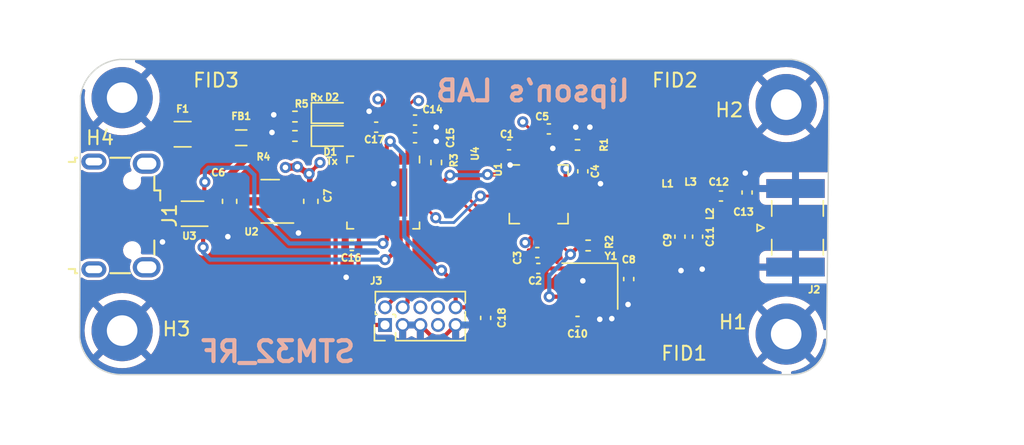
<source format=kicad_pcb>
(kicad_pcb (version 20221018) (generator pcbnew)
  (title_block (title "stm32 with nrf and rf") (date "2023-08-26") (rev "version:1") (comment 1 "autor : lipson"))
  (layers (0 "F.Cu" signal) (1 "In1.Cu" signal) (2 "In2.Cu" signal) (31 "B.Cu" signal) (34 "B.Paste" user) (35 "F.Paste" user) (36 "B.SilkS" user "B.Silkscreen") (37 "F.SilkS" user "F.Silkscreen") (38 "B.Mask" user) (39 "F.Mask" user) (44 "Edge.Cuts" user))
  (net 0 "")
  (net 1 "GND")
  (net 2 "+3.3V")
  (net 3 "Net-(U2-VI)")
  (net 4 "/NRF_XC1")
  (net 5 "/VDD_PA")
  (net 6 "/NRF_XC2")
  (net 7 "/NRST")
  (net 8 "+5V")
  (net 9 "/USB_D-_con")
  (net 10 "/USB_D+_con")
  (net 13 "/SWDIO")
  (net 14 "/SWCLK")
  (net 18 "/NRF_ANT2")
  (net 19 "/NRF_ANT1")
  (net 20 "Net-(U4-PH3)")
  (net 21 "/NRF_CE")
  (net 22 "/SPI_ICS")
  (net 23 "/SPI_CLK")
  (net 24 "/SPI_MOSI")
  (net 25 "/SPI_MISO")
  (net 26 "/NRF_IRQ")
  (net 40 "/VDD_PD")
  (net 41 "/NRF_ANT2_L")
  (net 42 "/IREF")
  (net 43 "/NRF_ANT2_SMA")
  (net 44 "/INDI_Tx_L")
  (net 45 "/INDI_Tx")
  (net 46 "/INDI_Rx_L")
  (net 47 "/INDI_Rx")
  (net 48 "/Vin_F")
  (footprint "Resistor_SMD:R_0402_1005Metric" (layer "F.Cu") (at 144.399 99.187)
    (fp_text reference "R2")
    (fp_text value "1M")
  )
  (footprint "MountingHole:MountingHole_2.2mm_M2_Pad" (layer "F.Cu") (at 110.890804 105.307123)
    (fp_text reference "H3")
    (fp_text value "MountingHole_Pad")
  )
  (footprint "LED_SMD:LED_0603_1608Metric" (layer "F.Cu") (at 125.984 91.313)
    (fp_text reference "D1")
    (fp_text value "LED")
  )
  (footprint "Inductor_SMD:L_0402_1005Metric" (layer "F.Cu") (at 151.765 95.631)
    (fp_text reference "L3")
    (fp_text value "3.9nH")
  )
  (footprint "Inductor_SMD:L_0402_1005Metric" (layer "F.Cu") (at 150.114 96.139 -90)
    (fp_text reference "L1")
    (fp_text value "8.2nH")
  )
  (footprint "Capacitor_SMD:C_0402_1005Metric" (layer "F.Cu") (at 131.953 90.17)
    (fp_text reference "C14")
    (fp_text value "1u")
  )
  (footprint "Capacitor_SMD:C_0402_1005Metric" (layer "F.Cu") (at 137.033 104.394 -90)
    (fp_text reference "C18")
    (fp_text value "100n")
  )
  (footprint "Resistor_SMD:R_0402_1005Metric" (layer "F.Cu") (at 133.477 93.216 90)
    (fp_text reference "R3")
    (fp_text value "10K")
  )
  (footprint "Capacitor_SMD:C_0402_1005Metric" (layer "F.Cu") (at 140.815 100.838)
    (fp_text reference "C2")
    (fp_text value "10u")
  )
  (footprint "Package_TO_SOT_SMD:SOT-666" (layer "F.Cu") (at 115.951 96.901 180)
    (fp_text reference "U3")
    (fp_text value "USBLC6-2P6")
  )
  (footprint "Inductor_SMD:L_0402_1005Metric" (layer "F.Cu") (at 151.765 96.901)
    (fp_text reference "L2")
    (fp_text value "2.7nH")
  )
  (footprint "Resistor_SMD:R_0402_1005Metric" (layer "F.Cu") (at 123.317 91.313 180)
    (fp_text reference "R4")
    (fp_text value "2k2")
  )
  (footprint "Capacitor_SMD:C_0402_1005Metric" (layer "F.Cu") (at 144.018 93.853 90)
    (fp_text reference "C4")
    (fp_text value "10n")
  )
  (footprint "Capacitor_SMD:C_0402_1005Metric" (layer "F.Cu") (at 143.637 104.648)
    (fp_text reference "C10")
    (fp_text value "22pf")
  )
  (footprint "Connector_USB:USB_Micro-B_Wuerth_629105150521" (layer "F.Cu") (at 110.8055 97.028 -90)
    (fp_text reference "J1")
    (fp_text value "USB_B_Micro")
  )
  (footprint "Capacitor_SMD:C_0402_1005Metric" (layer "F.Cu") (at 138.712 91.948 180)
    (fp_text reference "C1")
    (fp_text value "33n")
  )
  (footprint "Fiducial:Fiducial_0.5mm_Mask1mm" (layer "F.Cu") (at 114.890804 87.307123)
    (fp_text reference "FID3")
    (fp_text value "Fiducial")
  )
  (footprint "Package_DFN_QFN:QFN-32-1EP_5x5mm_P0.5mm_EP3.45x3.45mm" (layer "F.Cu") (at 129.667 95.377 -90)
    (fp_text reference "U4")
    (fp_text value "STM32L432KBUx")
  )
  (footprint "MountingHole:MountingHole_2.2mm_M2_Pad" (layer "F.Cu") (at 110.890804 88.557123)
    (fp_text reference "H4")
    (fp_text value "MountingHole_Pad")
  )
  (footprint "LED_SMD:LED_0603_1608Metric" (layer "F.Cu") (at 125.984 89.662)
    (fp_text reference "D2")
    (fp_text value "LED")
  )
  (footprint "Capacitor_SMD:C_0402_1005Metric" (layer "F.Cu") (at 147.32 101.6 -90)
    (fp_text reference "C8")
    (fp_text value "22pf")
  )
  (footprint "Capacitor_SMD:C_0603_1608Metric" (layer "F.Cu") (at 124.46 96.012 -90)
    (fp_text reference "C7")
    (fp_text value "1u")
  )
  (footprint "Fiducial:Fiducial_0.5mm_Mask1mm" (layer "F.Cu") (at 154.140804 87.307123)
    (fp_text reference "FID2")
    (fp_text value "Fiducial")
  )
  (footprint "Capacitor_SMD:C_0402_1005Metric" (layer "F.Cu") (at 129.159 90.678 180)
    (fp_text reference "C17")
    (fp_text value "100n")
  )
  (footprint "Capacitor_SMD:C_0402_1005Metric" (layer "F.Cu") (at 140.744 99.695)
    (fp_text reference "C3")
    (fp_text value "10n")
  )
  (footprint "Fuse:Fuse_1206_3216Metric" (layer "F.Cu") (at 115.240804 91.186)
    (fp_text reference "F1")
    (fp_text value "100mA")
  )
  (footprint "Package_TO_SOT_SMD:SOT-23" (layer "F.Cu") (at 121.539 96.012 180)
    (fp_text reference "U2")
    (fp_text value "XC6206PxxxMR")
  )
  (footprint "Resistor_SMD:R_0402_1005Metric" (layer "F.Cu") (at 123.319 89.916 180)
    (fp_text reference "R5")
    (fp_text value "2k2")
  )
  (footprint "Resistor_SMD:R_0402_1005Metric" (layer "F.Cu") (at 143.639 91.948)
    (fp_text reference "R1")
    (fp_text value "22k")
  )
  (footprint "MountingHole:MountingHole_2.2mm_M2_Pad" (layer "F.Cu") (at 158.640804 105.557123)
    (fp_text reference "H1")
    (fp_text value "MountingHole_Pad")
  )
  (footprint "Capacitor_SMD:C_0402_1005Metric" (layer "F.Cu") (at 155.829 95.377 90)
    (fp_text reference "C13")
    (fp_text value "1pF")
  )
  (footprint "Capacitor_SMD:C_0402_1005Metric" (layer "F.Cu") (at 131.953 91.44)
    (fp_text reference "C15")
    (fp_text value "100n")
  )
  (footprint "Connector_PinHeader_1.27mm:PinHeader_2x05_P1.27mm_Vertical" (layer "F.Cu") (at 129.794 104.902 90)
    (fp_text reference "J3")
    (fp_text value "Conn_ARM_JTAG_SWD_10")
  )
  (footprint "Package_DFN_QFN:QFN-20-1EP_4x4mm_P0.5mm_EP2.5x2.5mm" (layer "F.Cu") (at 140.843 95.504)
    (fp_text reference "U1")
    (fp_text value "NRF24L01")
  )
  (footprint "Capacitor_SMD:C_0603_1608Metric" (layer "F.Cu") (at 118.618 96.012 -90)
    (fp_text reference "C6")
    (fp_text value "1u")
  )
  (footprint "Connector_Coaxial:SMA_Samtec_SMA-J-P-X-ST-EM1_EdgeMount" (layer "F.Cu") (at 159.312 97.917 90)
    (fp_text reference "J2")
    (fp_text value "Conn_Coaxial")
  )
  (footprint "Capacitor_SMD:C_0402_1005Metric" (layer "F.Cu") (at 127.409 99.187 180)
    (fp_text reference "C16")
    (fp_text value "100n")
  )
  (footprint "Crystal:Crystal_SMD_3225-4Pin_3.2x2.5mm" (layer "F.Cu") (at 144.526 102.108 180)
    (fp_text reference "Y1")
    (fp_text value "Crystal_GND24")
  )
  (footprint "Fiducial:Fiducial_0.5mm_Mask1mm" (layer "F.Cu") (at 153.890804 106.807123)
    (fp_text reference "FID1")
    (fp_text value "Fiducial")
  )
  (footprint "Capacitor_SMD:C_0402_1005Metric" (layer "F.Cu") (at 152.273 98.552 -90)
    (fp_text reference "C11")
    (fp_text value "4.7pF")
  )
  (footprint "Capacitor_SMD:C_0402_1005Metric" (layer "F.Cu") (at 141.577 90.805)
    (fp_text reference "C5")
    (fp_text value "10n")
  )
  (footprint "MountingHole:MountingHole_2.2mm_M2_Pad" (layer "F.Cu") (at 158.640804 89.057123)
    (fp_text reference "H2")
    (fp_text value "MountingHole_Pad")
  )
  (footprint "Capacitor_SMD:C_0402_1005Metric" (layer "F.Cu") (at 151.003 98.552 -90)
    (fp_text reference "C9")
    (fp_text value "2.2nF")
  )
  (footprint "Capacitor_SMD:C_0402_1005Metric" (layer "F.Cu") (at 153.952 95.631 180)
    (fp_text reference "C12")
    (fp_text value "1.5pF")
  )
  (footprint "Inductor_SMD:L_0805_2012Metric" (layer "F.Cu") (at 119.453304 91.44)
    (fp_text reference "FB1")
    (fp_text value "100Mhz")
  )
  (gr_line (start 161.722867 88.509311) (end 161.553565 106.025139) (stroke (width 0.1)) (layer "Edge.Cuts"))
  (gr_line (start 107.838771 105.78308) (end 107.891473 88.448398) (stroke (width 0.1)) (layer "Edge.Cuts"))
  (gr_arc (start 159.004 85.807123) (mid 160.845296 86.67338) (end 161.722867 88.509311) (stroke (width 0.1)) (layer "Edge.Cuts"))
  (gr_line (start 159.054163 108.470482) (end 110.794163 108.470482) (stroke (width 0.1)) (layer "Edge.Cuts"))
  (gr_arc (start 110.794163 108.470481) (mid 108.799975 107.694778) (end 107.838771 105.78308) (stroke (width 0.1)) (layer "Edge.Cuts"))
  (gr_arc (start 107.891473 88.448398) (mid 108.856609 86.629752) (end 110.744 85.807123) (stroke (width 0.1)) (layer "Edge.Cuts"))
  (gr_line (start 110.744 85.807123) (end 159.004 85.807123) (stroke (width 0.1)) (layer "Edge.Cuts"))
  (gr_arc (start 161.553565 106.025139) (mid 160.802495 107.757465) (end 159.054163 108.470482) (stroke (width 0.1)) (layer "Edge.Cuts"))
  (gr_text "STM32_RF" (at 127.799975 107.694778) (layer "B.SilkS") (effects (font (size 1.5 1.5) (thickness 0.3) bold) (justify left bottom mirror)))
  (gr_text "lipson's LAB" (at 147.549975 88.944778) (layer "B.SilkS") (effects (font (size 1.5 1.5) (thickness 0.3) bold) (justify left bottom mirror)))
  (gr_text "Rx" (at 124.8664 88.5444) (layer "F.SilkS") (effects (font (size 0.5 0.5) (thickness 0.125))))
  (gr_text "Tx" (at 125.984 93.1164) (layer "F.SilkS") (effects (font (size 0.5 0.5) (thickness 0.125))))
  (segment (start 118.618 96.787) (end 118.618 98.425) (width 0.3) (layer "F.Cu") (net 1))
  (segment (start 143.006 100.838) (end 143.426 101.258) (width 0.3) (layer "F.Cu") (net 1))
  (segment (start 138.232 91.990965) (end 139.807535 93.5665) (width 0.3) (layer "F.Cu") (net 1))
  (segment (start 126.929 97.4275) (end 127.2295 97.127) (width 0.3) (layer "F.Cu") (net 1))
  (segment (start 155.829 94.897) (end 156.024 95.092) (width 0.3) (layer "F.Cu") (net 1))
  (segment (start 141.295 99.766) (end 141.224 99.695) (width 0.3) (layer "F.Cu") (net 1))
  (segment (start 138.232 91.948) (end 138.232 91.990965) (width 0.3) (layer "F.Cu") (net 1))
  (segment (start 137.005 104.902) (end 137.033 104.874) (width 0.3) (layer "F.Cu") (net 1))
  (segment (start 124.46 96.787) (end 124.46 97.399523) (width 0.3) (layer "F.Cu") (net 1))
  (segment (start 144.149 91.948) (end 144.149 93.242) (width 0.3) (layer "F.Cu") (net 1))
  (segment (start 113.187 98.328) (end 113.792 98.933) (width 0.5) (layer "F.Cu") (net 1))
  (segment (start 139.843 93.5665) (end 138.959189 93.5665) (width 0.3) (layer "F.Cu") (net 1))
  (segment (start 140.843 97.4415) (end 140.843 99.314) (width 0.2) (layer "F.Cu") (net 1))
  (segment (start 155.829 94.107) (end 155.702 93.98) (width 0.3) (layer "F.Cu") (net 1))
  (segment (start 151.003 100.9142) (end 151.0792 100.9904) (width 0.25) (layer "F.Cu") (net 1))
  (segment (start 141.295 100.838) (end 143.006 100.838) (width 0.3) (layer "F.Cu") (net 1))
  (segment (start 134.024 105.752) (end 134.874 104.902) (width 0.3) (layer "F.Cu") (net 1))
  (segment (start 145.288 94.996) (end 145.288 94.742) (width 0.2) (layer "F.Cu") (net 1))
  (segment (start 141.343 93.5665) (end 141.343 92.718) (width 0.3) (layer "F.Cu") (net 1))
  (segment (start 142.7885 94.996) (end 145.288 94.996) (width 0.2) (layer "F.Cu") (net 1))
  (segment (start 151.003 99.032) (end 151.003 100.9142) (width 0.25) (layer "F.Cu") (net 1))
  (segment (start 155.829 94.897) (end 155.829 94.107) (width 0.3) (layer "F.Cu") (net 1))
  (segment (start 156.024 95.092) (end 159.312 95.092) (width 0.3) (layer "F.Cu") (net 1))
  (segment (start 141.343 92.718) (end 141.859 92.202) (width 0.3) (layer "F.Cu") (net 1))
  (segment (start 144.117 104.648) (end 144.117 104.467) (width 0.3) (layer "F.Cu") (net 1))
  (segment (start 143.426 101.258) (end 143.549 101.258) (width 0.3) (layer "F.Cu") (net 1))
  (segment (start 124.285 96.962) (end 124.46 96.787) (width 0.3) (layer "F.Cu") (net 1))
  (segment (start 131.064 104.902) (end 132.334 104.902) (width 0.3) (layer "F.Cu") (net 1))
  (segment (start 124.46 97.399523) (end 123.571 98.288523) (width 0.3) (layer "F.Cu") (net 1))
  (segment (start 141.295 100.838) (end 141.295 99.766) (width 0.3) (layer "F.Cu") (net 1))
  (segment (start 116.876 96.901) (end 118.504 96.901) (width 0.3) (layer "F.Cu") (net 1))
  (segment (start 126.929 101.402) (end 127 101.473) (width 0.3) (layer "F.Cu") (net 1))
  (segment (start 132.1045 93.627) (end 132.556 93.627) (width 0.3) (layer "F.Cu") (net 1))
  (segment (start 112.268 98.328) (end 113.187 98.328) (width 0.5) (layer "F.Cu") (net 1))
  (segment (start 129.667 95.377) (end 129.794 95.377) (width 0.3) (layer "F.Cu") (net 1))
  (segment (start 140.843 99.314) (end 141.224 99.695) (width 0.2) (layer "F.Cu") (net 1))
  (segment (start 129.794 95.377) (end 130.429 94.742) (width 0.3) (layer "F.Cu") (net 1))
  (segment (start 144.149 93.242) (end 144.018 93.373) (width 0.3) (layer "F.Cu") (net 1))
  (segment (start 132.556 93.627) (end 133.477 92.706) (width 0.3) (layer "F.Cu") (net 1))
  (segment (start 118.504 96.901) (end 118.618 96.787) (width 0.3) (layer "F.Cu") (net 1))
  (segment (start 118.618 98.425) (end 118.491 98.552) (width 0.3) (layer "F.Cu") (net 1))
  (segment (start 142.7805 95.004) (end 142.7885 94.996) (width 0.2) (layer "F.Cu") (net 1))
  (segment (start 122.4765 96.962) (end 124.285 96.962) (width 0.3) (layer "F.Cu") (net 1))
  (segment (start 138.959189 93.5665) (end 138.790913 93.398224) (width 0.3) (layer "F.Cu") (net 1))
  (segment (start 152.273 99.032) (end 152.273 100.5586) (width 0.25) (layer "F.Cu") (net 1))
  (segment (start 128.679 89.563) (end 128.651 89.535) (width 0.3) (layer "F.Cu") (net 1))
  (segment (start 134.874 104.902) (end 137.005 104.902) (width 0.3) (layer "F.Cu") (net 1))
  (segment (start 126.929 99.187) (end 126.929 97.4275) (width 0.3) (layer "F.Cu") (net 1))
  (segment (start 143.549 101.258) (end 144.018 101.727) (width 0.3) (layer "F.Cu") (net 1))
  (segment (start 132.334 104.902) (end 133.184 105.752) (width 0.3) (layer "F.Cu") (net 1))
  (segment (start 126.929 99.187) (end 126.929 101.402) (width 0.3) (layer "F.Cu") (net 1))
  (segment (start 152.273 100.5586) (end 152.6032 100.8888) (width 0.25) (layer "F.Cu") (net 1))
  (segment (start 128.679 90.678) (end 128.679 89.563) (width 0.3) (layer "F.Cu") (net 1))
  (segment (start 133.184 105.752) (end 134.024 105.752) (width 0.3) (layer "F.Cu") (net 1))
  (via (at 138.790913 93.398224) (size 0.8) (drill 0.4) (layers "F.Cu" "B.Cu") (net 1))
  (via (at 144.018 101.727) (size 0.8) (drill 0.4) (layers "F.Cu" "B.Cu") (net 1))
  (via (at 121.666 91.059) (size 0.8) (drill 0.4) (layers "F.Cu" "B.Cu") (net 1))
  (via (at 145.2372 104.4956) (size 0.8) (drill 0.4) (layers "F.Cu" "B.Cu") (net 1))
  (via (at 155.702 93.98) (size 0.8) (drill 0.4) (layers "F.Cu" "B.Cu") (net 1))
  (via (at 118.491 98.552) (size 0.8) (drill 0.4) (layers "F.Cu" "B.Cu") (net 1))
  (via (at 152.6032 100.8888) (size 0.8) (drill 0.4) (layers "F.Cu" "B.Cu") (net 1))
  (via (at 133.477 90.678) (size 0.8) (drill 0.4) (layers "F.Cu" "B.Cu") (net 1))
  (via (at 146.1008 104.4448) (size 0.8) (drill 0.4) (layers "F.Cu" "B.Cu") (net 1))
  (via (at 147.2692 103.4288) (size 0.8) (drill 0.4) (layers "F.Cu" "B.Cu") (net 1))
  (via (at 113.792 98.933) (size 0.8) (drill 0.4) (layers "F.Cu" "B.Cu") (net 1))
  (via (at 130.429 94.742) (size 0.8) (drill 0.4) (layers "F.Cu" "B.Cu") (net 1))
  (via (at 121.793 89.789) (size 0.8) (drill 0.4) (layers "F.Cu" "B.Cu") (net 1))
  (via (at 128.651 89.535) (size 0.8) (drill 0.4) (layers "F.Cu" "B.Cu") (net 1))
  (via (at 133.477 91.694) (size 0.8) (drill 0.4) (layers "F.Cu" "B.Cu") (net 1))
  (via (at 151.0792 100.9904) (size 0.8) (drill 0.4) (layers "F.Cu" "B.Cu") (net 1))
  (via (at 144.526 90.678) (size 0.8) (drill 0.4) (layers "F.Cu" "B.Cu") (net 1))
  (via (at 145.288 94.742) (size 0.8) (drill 0.4) (layers "F.Cu" "B.Cu") (net 1))
  (via (at 143.51 90.678) (size 0.8) (drill 0.4) (layers "F.Cu" "B.Cu") (net 1))
  (via (at 141.859 92.202) (size 0.8) (drill 0.4) (layers "F.Cu" "B.Cu") (net 1))
  (via (at 123.571 98.288523) (size 0.8) (drill 0.4) (layers "F.Cu" "B.Cu") (net 1))
  (via (at 127 101.473) (size 0.8) (drill 0.4) (layers "F.Cu" "B.Cu") (net 1))
  (segment (start 127.635 104.902) (end 129.794 104.902) (width 0.3) (layer "F.Cu") (net 2))
  (segment (start 143.847 94.504) (end 144.018 94.333) (width 0.3) (layer "F.Cu") (net 2))
  (segment (start 129.417 90.9) (end 129.639 90.678) (width 0.3) (layer "F.Cu") (net 2))
  (segment (start 126.238 97.276827) (end 124.46 95.498827) (width 0.3) (layer "F.Cu") (net 2))
  (segment (start 142.7805 93.688954) (end 142.809227 93.660227) (width 0.3) (layer "F.Cu") (net 2))
  (segment (start 131.417 92.9395) (end 131.417 91.496) (width 0.3) (layer "F.Cu") (net 2))
  (segment (start 131.417 91.496) (end 131.473 91.44) (width 0.3) (layer "F.Cu") (net 2))
  (segment (start 127.917 97.8145) (end 127.917 99.159) (width 0.3) (layer "F.Cu") (net 2))
  (segment (start 124.333 95.11) (end 124.46 95.237) (width 0.3) (layer "F.Cu") (net 2))
  (segment (start 131.473 89.126) (end 131.699 88.9) (width 0.2) (layer "F.Cu") (net 2))
  (segment (start 129.639 88.745) (end 129.54 88.646) (width 0.3) (layer "F.Cu") (net 2))
  (segment (start 122.4765 95.062) (end 124.285 95.062) (width 0.3) (layer "F.Cu") (net 2))
  (segment (start 124.333 94.0054) (end 124.333 95.11) (width 0.3) (layer "F.Cu") (net 2))
  (segment (start 131.826 88.773) (end 132.207 88.773) (width 0.2) (layer "F.Cu") (net 2))
  (segment (start 124.285 95.062) (end 124.46 95.237) (width 0.3) (layer "F.Cu") (net 2))
  (segment (start 131.699 88.9) (end 131.826 88.773) (width 0.2) (layer "F.Cu") (net 2))
  (segment (start 127.917 99.159) (end 127.889 99.187) (width 0.3) (layer "F.Cu") (net 2))
  (segment (start 127.635 104.902) (end 126.238 103.505) (width 0.3) (layer "F.Cu") (net 2))
  (segment (start 130.965 90.678) (end 131.473 90.17) (width 0.3) (layer "F.Cu") (net 2))
  (segment (start 129.54 88.646) (end 129.286 88.646) (width 0.3) (layer "F.Cu") (net 2))
  (segment (start 129.639 90.678) (end 130.965 90.678) (width 0.3) (layer "F.Cu") (net 2))
  (segment (start 129.639 90.678) (end 129.639 88.745) (width 0.3) (layer "F.Cu") (net 2))
  (segment (start 126.238 103.505) (end 126.238 97.276827) (width 0.3) (layer "F.Cu") (net 2))
  (segment (start 129.417 92.9395) (end 129.417 90.9) (width 0.3) (layer "F.Cu") (net 2))
  (segment (start 140.343 97.4415) (end 140.343 99.616) (width 0.2) (layer "F.Cu") (net 2))
  (segment (start 140.343 98.505896) (end 139.871448 98.977448) (width 0.2) (layer "F.Cu") (net 2))
  (segment (start 131.473 91.44) (end 131.473 90.17) (width 0.3) (layer "F.Cu") (net 2))
  (segment (start 139.7 90.297) (end 140.208 90.805) (width 0.2) (layer "F.Cu") (net 2))
  (segment (start 140.264 99.695) (end 140.264 100.767) (width 0.2) (layer "F.Cu") (net 2))
  (segment (start 142.7805 94.504) (end 142.7805 93.688954) (width 0.3) (layer "F.Cu") (net 2))
  (segment (start 124.46 95.498827) (end 124.46 95.237) (width 0.3) (layer "F.Cu") (net 2))
  (segment (start 140.264 100.767) (end 140.335 100.838) (width 0.2) (layer "F.Cu") (net 2))
  (segment (start 127.889 99.187) (end 127.889 104.648) (width 0.3) (layer "F.Cu") (net 2))
  (segment (start 140.843 91.059) (end 141.097 90.805) (width 0.2) (layer "F.Cu") (net 2))
  (segment (start 127.889 104.648) (end 127.635 104.902) (width 0.3) (layer "F.Cu") (net 2))
  (segment (start 140.343 99.616) (end 140.264 99.695) (width 0.2) (layer "F.Cu") (net 2))
  (segment (start 142.7805 94.504) (end 143.847 94.504) (width 0.3) (layer "F.Cu") (net 2))
  (segment (start 140.208 90.805) (end 141.097 90.805) (width 0.2) (layer "F.Cu") (net 2))
  (segment (start 140.843 93.5665) (end 140.843 91.059) (width 0.2) (layer "F.Cu") (net 2))
  (segment (start 140.343 97.4415) (end 140.343 98.505896) (width 0.2) (layer "F.Cu") (net 2))
  (segment (start 131.473 90.17) (end 131.473 89.126) (width 0.2) (layer "F.Cu") (net 2))
  (via (at 124.333 94.0308) (size 0.8) (drill 0.4) (layers "F.Cu" "B.Cu") (net 2))
  (via (at 123.4948 93.5228) (size 0.8) (drill 0.4) (layers "F.Cu" "B.Cu") (net 2))
  (via (at 142.809227 93.660227) (size 0.8) (drill 0.4) (layers "F.Cu" "B.Cu") (net 2))
  (via (at 125.1204 93.218) (size 0.8) (drill 0.4) (layers "F.Cu" "B.Cu") (net 2))
  (via (at 122.6312 93.5736) (size 0.8) (drill 0.4) (layers "F.Cu" "B.Cu") (net 2))
  (via (at 139.7 90.297) (size 0.8) (drill 0.4) (layers "F.Cu" "B.Cu") (net 2))
  (via (at 139.871448 98.977448) (size 0.8) (drill 0.4) (layers "F.Cu" "B.Cu") (net 2))
  (via (at 132.207 88.773) (size 0.8) (drill 0.4) (layers "F.Cu" "B.Cu") (net 2))
  (via (at 129.286 88.646) (size 0.8) (drill 0.4) (layers "F.Cu" "B.Cu") (net 2))
  (segment (start 120.515804 91.44) (end 120.515804 92.228949) (width 0.5) (layer "F.Cu") (net 3))
  (segment (start 120.515804 92.228949) (end 118.618 94.126753) (width 0.5) (layer "F.Cu") (net 3))
  (segment (start 120.299975 91.655829) (end 120.515804 91.44) (width 0.25) (layer "F.Cu") (net 3))
  (segment (start 119.393 96.012) (end 118.618 95.237) (width 0.5) (layer "F.Cu") (net 3))
  (segment (start 120.6015 96.012) (end 119.393 96.012) (width 0.5) (layer "F.Cu") (net 3))
  (segment (start 118.618 94.126753) (end 118.618 95.237) (width 0.5) (layer "F.Cu") (net 3))
  (segment (start 144.75 98.522) (end 144.909 98.681) (width 0.2) (layer "F.Cu") (net 4))
  (segment (start 144.909 98.681) (end 144.909 99.187) (width 0.2) (layer "F.Cu") (net 4))
  (segment (start 142.522 98.522) (end 144.75 98.522) (width 0.2) (layer "F.Cu") (net 4))
  (segment (start 141.843 97.843) (end 142.522 98.522) (width 0.2) (layer "F.Cu") (net 4))
  (segment (start 145.764 101.12) (end 145.626 101.258) (width 0.3) (layer "F.Cu") (net 4))
  (segment (start 144.909 100.541) (end 145.626 101.258) (width 0.3) (layer "F.Cu") (net 4))
  (segment (start 141.843 97.75) (end 141.843 97.843) (width 0.2) (layer "F.Cu") (net 4))
  (segment (start 144.909 99.187) (end 144.909 100.541) (width 0.3) (layer "F.Cu") (net 4))
  (segment (start 147.32 101.12) (end 145.764 101.12) (width 0.3) (layer "F.Cu") (net 4))
  (segment (start 144.637257 98.072) (end 151.003 98.072) (width 0.3) (layer "F.Cu") (net 5))
  (segment (start 143.069257 96.504) (end 144.637257 98.072) (width 0.3) (layer "F.Cu") (net 5))
  (segment (start 142.7805 96.504) (end 143.069257 96.504) (width 0.3) (layer "F.Cu") (net 5))
  (segment (start 152.25 98.049) (end 152.273 98.072) (width 0.3) (layer "F.Cu") (net 5))
  (segment (start 151.003 98.072) (end 152.273 98.072) (width 0.3) (layer "F.Cu") (net 5))
  (segment (start 152.25 96.901) (end 152.25 98.049) (width 0.3) (layer "F.Cu") (net 5))
  (segment (start 143.764 99.187) (end 143.129 99.822) (width 0.3) (layer "F.Cu") (net 6))
  (segment (start 143.157 104.648) (end 143.157 103.227) (width 0.3) (layer "F.Cu") (net 6))
  (segment (start 141.605 102.87) (end 143.338 102.87) (width 0.3) (layer "F.Cu") (net 6))
  (segment (start 143.157 103.227) (end 143.426 102.958) (width 0.3) (layer "F.Cu") (net 6))
  (segment (start 141.343 98.036) (end 143.129 99.822) (width 0.2) (layer "F.Cu") (net 6))
  (segment (start 143.338 102.87) (end 143.426 102.958) (width 0.3) (layer "F.Cu") (net 6))
  (segment (start 141.343 97.4415) (end 141.343 98.036) (width 0.2) (layer "F.Cu") (net 6))
  (segment (start 143.889 99.187) (end 143.764 99.187) (width 0.3) (layer "F.Cu") (net 6))
  (via (at 143.129 99.822) (size 0.8) (drill 0.4) (layers "F.Cu" "B.Cu") (net 6))
  (via (at 141.605 102.87) (size 0.8) (drill 0.4) (layers "F.Cu" "B.Cu") (net 6))
  (segment (start 143.129 99.822) (end 141.605 101.346) (width 0.3) (layer "B.Cu") (net 6))
  (segment (start 141.605 101.346) (end 141.605 102.87) (width 0.3) (layer "B.Cu") (net 6))
  (segment (start 134.874 101.981) (end 134.874 103.632) (width 0.3) (layer "F.Cu") (net 7))
  (segment (start 134.874 103.632) (end 136.751 103.632) (width 0.3) (layer "F.Cu") (net 7))
  (segment (start 129.917 91.9435) (end 130.1665 91.694) (width 0.3) (layer "F.Cu") (net 7))
  (segment (start 136.751 103.632) (end 137.033 103.914) (width 0.3) (layer "F.Cu") (net 7))
  (segment (start 133.858 100.965) (end 134.874 101.981) (width 0.3) (layer "F.Cu") (net 7))
  (segment (start 129.917 92.9395) (end 129.917 91.9435) (width 0.3) (layer "F.Cu") (net 7))
  (via (at 133.858 100.965) (size 0.8) (drill 0.4) (layers "F.Cu" "B.Cu") (net 7))
  (via (at 130.1665 91.694) (size 0.8) (drill 0.4) (layers "F.Cu" "B.Cu") (net 7))
  (segment (start 130.1665 91.694) (end 131.179 92.7065) (width 0.3) (layer "B.Cu") (net 7))
  (segment (start 131.179 98.54) (end 133.604 100.965) (width 0.3) (layer "B.Cu") (net 7))
  (segment (start 131.179 92.7065) (end 131.179 98.54) (width 0.3) (layer "B.Cu") (net 7))
  (segment (start 133.604 100.965) (end 133.858 100.965) (width 0.3) (layer "B.Cu") (net 7))
  (segment (start 115.57 96.901) (end 115.824 96.647) (width 0.3) (layer "F.Cu") (net 8))
  (segment (start 115.049975 91.645171) (end 114.590804 91.186) (width 0.5) (layer "F.Cu") (net 8))
  (segment (start 115.495976 95.826) (end 115.495976 94.890779) (width 0.3) (layer "F.Cu") (net 8))
  (segment (start 113.187 95.728) (end 113.919 94.996) (width 0.5) (layer "F.Cu") (net 8))
  (segment (start 114.590804 91.186) (end 113.840804 91.186) (width 0.5) (layer "F.Cu") (net 8))
  (segment (start 114.335222 93.944778) (end 113.919 94.361) (width 0.3) (layer "F.Cu") (net 8))
  (segment (start 113.919 94.361) (end 115.049975 93.230025) (width 0.5) (layer "F.Cu") (net 8))
  (segment (start 112.268 95.728) (end 113.187 95.728) (width 0.5) (layer "F.Cu") (net 8))
  (segment (start 115.026 96.901) (end 115.57 96.901) (width 0.3) (layer "F.Cu") (net 8))
  (segment (start 113.919 94.996) (end 113.919 94.361) (width 0.5) (layer "F.Cu") (net 8))
  (segment (start 115.495976 94.890779) (end 114.549975 93.944778) (width 0.3) (layer "F.Cu") (net 8))
  (segment (start 115.824 96.154024) (end 115.495976 95.826) (width 0.3) (layer "F.Cu") (net 8))
  (segment (start 115.824 96.647) (end 115.824 96.154024) (width 0.3) (layer "F.Cu") (net 8))
  (segment (start 114.549975 93.944778) (end 114.335222 93.944778) (width 0.3) (layer "F.Cu") (net 8))
  (segment (start 115.049975 93.230025) (end 115.049975 91.645171) (width 0.5) (layer "F.Cu") (net 8))
  (segment (start 116.801 94.654) (end 116.84 94.615) (width 0.3) (layer "F.Cu") (net 9))
  (segment (start 129.917 97.8145) (end 129.917 98.766046) (width 0.3) (layer "F.Cu") (net 9))
  (segment (start 129.917 98.766046) (end 129.645023 99.038023) (width 0.3) (layer "F.Cu") (net 9))
  (segment (start 116.801 96.3635) (end 116.801 94.654) (width 0.3) (layer "F.Cu") (net 9))
  (segment (start 115.0865 96.378) (end 115.101 96.3635) (width 0.3) (layer "F.Cu") (net 9))
  (segment (start 112.268 96.378) (end 115.0865 96.378) (width 0.3) (layer "F.Cu") (net 9))
  (via (at 116.84 94.615) (size 0.8) (drill 0.4) (layers "F.Cu" "B.Cu") (net 9))
  (via (at 129.645023 99.038023) (size 0.8) (drill 0.4) (layers "F.Cu" "B.Cu") (net 9))
  (segment (start 129.645023 99.038023) (end 122.914023 99.038023) (width 0.3) (layer "B.Cu") (net 9))
  (segment (start 120.396 94.107) (end 119.888 93.599) (width 0.3) (layer "B.Cu") (net 9))
  (segment (start 120.396 96.52) (end 120.396 94.107) (width 0.3) (layer "B.Cu") (net 9))
  (segment (start 117.094 93.599) (end 116.84 93.853) (width 0.3) (layer "B.Cu") (net 9))
  (segment (start 119.888 93.599) (end 117.094 93.599) (width 0.3) (layer "B.Cu") (net 9))
  (segment (start 116.84 93.853) (end 116.84 94.615) (width 0.3) (layer "B.Cu") (net 9))
  (segment (start 122.914023 99.038023) (end 120.396 96.52) (width 0.3) (layer "B.Cu") (net 9))
  (segment (start 130.417 99.707) (end 130.048 100.076) (width 0.3) (layer "F.Cu") (net 10))
  (segment (start 113.193 97.028) (end 112.268 97.028) (width 0.3) (layer "F.Cu") (net 10))
  (segment (start 113.6035 97.4385) (end 113.193 97.028) (width 0.3) (layer "F.Cu") (net 10))
  (segment (start 130.417 97.8145) (end 130.417 99.707) (width 0.3) (layer "F.Cu") (net 10))
  (segment (start 129.921 100.203) (end 129.794 100.203) (width 0.3) (layer "F.Cu") (net 10))
  (segment (start 116.713 97.5265) (end 116.801 97.4385) (width 0.3) (layer "F.Cu") (net 10))
  (segment (start 116.713 99.314) (end 116.713 97.5265) (width 0.3) (layer "F.Cu") (net 10))
  (segment (start 115.101 97.4385) (end 113.6035 97.4385) (width 0.3) (layer "F.Cu") (net 10))
  (segment (start 130.048 100.076) (end 129.921 100.203) (width 0.3) (layer "F.Cu") (net 10))
  (via (at 129.794 100.203) (size 0.8) (drill 0.4) (layers "F.Cu" "B.Cu") (net 10))
  (via (at 116.713 99.314) (size 0.8) (drill 0.4) (layers "F.Cu" "B.Cu") (net 10))
  (segment (start 117.221 100.203) (end 116.713 99.695) (width 0.3) (layer "B.Cu") (net 10))
  (segment (start 116.713 99.695) (end 116.713 99.314) (width 0.3) (layer "B.Cu") (net 10))
  (segment (start 129.794 100.203) (end 117.221 100.203) (width 0.3) (layer "B.Cu") (net 10))
  (segment (start 130.917 97.8145) (end 130.917 102.509) (width 0.3) (layer "F.Cu") (net 13))
  (segment (start 130.917 102.509) (end 129.794 103.632) (width 0.3) (layer "F.Cu") (net 13))
  (segment (start 131.417 103.279) (end 131.064 103.632) (width 0.3) (layer "F.Cu") (net 14))
  (segment (start 131.417 97.8145) (end 131.417 103.279) (width 0.3) (layer "F.Cu") (net 14))
  (segment (start 151.257 95.654) (end 151.28 95.631) (width 0.2) (layer "F.Cu") (net 18))
  (segment (start 142.7805 95.504) (end 149.964 95.504) (width 0.2) (layer "F.Cu") (net 18))
  (segment (start 149.964 95.504) (end 150.114 95.654) (width 0.2) (layer "F.Cu") (net 18))
  (segment (start 150.114 95.654) (end 151.257 95.654) (width 0.2) (layer "F.Cu") (net 18))
  (segment (start 146.916 96.624) (end 150.114 96.624) (width 0.2) (layer "F.Cu") (net 19))
  (segment (start 150.114 96.624) (end 151.003 96.624) (width 0.3) (layer "F.Cu") (net 19))
  (segment (start 142.7805 96.004) (end 146.296 96.004) (width 0.2) (layer "F.Cu") (net 19))
  (segment (start 146.296 96.004) (end 146.916 96.624) (width 0.2) (layer "F.Cu") (net 19))
  (segment (start 151.003 96.624) (end 151.28 96.901) (width 0.3) (layer "F.Cu") (net 19))
  (segment (start 132.1045 94.127) (end 133.076 94.127) (width 0.3) (layer "F.Cu") (net 20))
  (segment (start 133.076 94.127) (end 133.477 93.726) (width 0.3) (layer "F.Cu") (net 20))
  (segment (start 133.973 94.627) (end 134.4676 94.1324) (width 0.3) (layer "F.Cu") (net 21))
  (segment (start 137.16 94.0816) (end 138.4831 94.0816) (width 0.3) (layer "F.Cu") (net 21))
  (segment (start 138.4831 94.0816) (end 138.9055 94.504) (width 0.3) (layer "F.Cu") (net 21))
  (segment (start 132.1045 94.627) (end 133.973 94.627) (width 0.3) (layer "F.Cu") (net 21))
  (via (at 137.16 94.0816) (size 0.8) (drill 0.4) (layers "F.Cu" "B.Cu") (net 21))
  (via (at 134.4676 94.1324) (size 0.8) (drill 0.4) (layers "F.Cu" "B.Cu") (net 21))
  (segment (start 134.4676 94.1324) (end 137.1092 94.1324) (width 0.3) (layer "B.Cu") (net 21))
  (segment (start 137.1092 94.1324) (end 137.16 94.0816) (width 0.3) (layer "B.Cu") (net 21))
  (segment (start 134.533661 95.127) (end 132.1045 95.127) (width 0.3) (layer "F.Cu") (net 22))
  (segment (start 134.779661 94.881) (end 134.533661 95.127) (width 0.3) (layer "F.Cu") (net 22))
  (segment (start 138.9055 95.004) (end 137.085661 95.004) (width 0.3) (layer "F.Cu") (net 22))
  (segment (start 137.085661 95.004) (end 136.962661 94.881) (width 0.3) (layer "F.Cu") (net 22))
  (segment (start 136.962661 94.881) (end 134.779661 94.881) (width 0.3) (layer "F.Cu") (net 22))
  (segment (start 136.652 95.631) (end 137.414 95.631) (width 0.2) (layer "F.Cu") (net 23))
  (segment (start 132.1045 96.627) (end 132.881724 96.627) (width 0.2) (layer "F.Cu") (net 23))
  (segment (start 137.541 95.504) (end 138.9055 95.504) (width 0.2) (layer "F.Cu") (net 23))
  (segment (start 132.881724 96.627) (end 133.44304 97.188316) (width 0.2) (layer "F.Cu") (net 23))
  (segment (start 137.414 95.631) (end 137.541 95.504) (width 0.2) (layer "F.Cu") (net 23))
  (via (at 136.652 95.631) (size 0.8) (drill 0.4) (layers "F.Cu" "B.Cu") (net 23))
  (via (at 133.44304 97.188316) (size 0.8) (drill 0.4) (layers "F.Cu" "B.Cu") (net 23))
  (segment (start 136.652 95.631) (end 134.747 97.536) (width 0.2) (layer "B.Cu") (net 23))
  (segment (start 133.790724 97.536) (end 133.44304 97.188316) (width 0.2) (layer "B.Cu") (net 23))
  (segment (start 134.747 97.536) (end 133.790724 97.536) (width 0.2) (layer "B.Cu") (net 23))
  (segment (start 135.632 95.627) (end 132.1045 95.627) (width 0.2) (layer "F.Cu") (net 24))
  (segment (start 136.336 96.331) (end 135.632 95.627) (width 0.2) (layer "F.Cu") (net 24))
  (segment (start 138.847025 96.062475) (end 137.210475 96.062475) (width 0.2) (layer "F.Cu") (net 24))
  (segment (start 136.94195 96.331) (end 136.336 96.331) (width 0.2) (layer "F.Cu") (net 24))
  (segment (start 138.9055 96.004) (end 138.847025 96.062475) (width 0.2) (layer "F.Cu") (net 24))
  (segment (start 137.210475 96.062475) (end 136.94195 96.331) (width 0.2) (layer "F.Cu") (net 24))
  (segment (start 137.33 96.731) (end 135.974 96.731) (width 0.2) (layer "F.Cu") (net 25))
  (segment (start 135.37 96.127) (end 132.1045 96.127) (width 0.2) (layer "F.Cu") (net 25))
  (segment (start 137.557 96.504) (end 137.33 96.731) (width 0.2) (layer "F.Cu") (net 25))
  (segment (start 138.9055 96.504) (end 137.557 96.504) (width 0.2) (layer "F.Cu") (net 25))
  (segment (start 135.974 96.731) (end 135.37 96.127) (width 0.2) (layer "F.Cu") (net 25))
  (segment (start 133.731 99.568) (end 138.291652 99.568) (width 0.2) (layer "F.Cu") (net 26))
  (segment (start 139.843 98.016652) (end 139.843 97.4415) (width 0.2) (layer "F.Cu") (net 26))
  (segment (start 132.1045 97.127) (end 132.1045 97.9415) (width 0.2) (layer "F.Cu") (net 26))
  (segment (start 138.291652 99.568) (end 139.843 98.016652) (width 0.2) (layer "F.Cu") (net 26))
  (segment (start 132.1045 97.9415) (end 133.731 99.568) (width 0.2) (layer "F.Cu") (net 26))
  (segment (start 140.343 93.5665) (end 140.343 93.070637) (width 0.3) (layer "F.Cu") (net 40))
  (segment (start 140.343 93.070637) (end 139.220363 91.948) (width 0.3) (layer "F.Cu") (net 40))
  (segment (start 139.220363 91.948) (end 139.192 91.948) (width 0.3) (layer "F.Cu") (net 40))
  (segment (start 152.25 95.631) (end 153.472 95.631) (width 0.2) (layer "F.Cu") (net 41))
  (segment (start 143.129 91.948) (end 143.129 92.2805) (width 0.3) (layer "F.Cu") (net 42))
  (segment (start 143.129 92.2805) (end 141.843 93.5665) (width 0.3) (layer "F.Cu") (net 42))
  (segment (start 157.889 97.917) (end 159.512 97.917) (width 0.2) (layer "F.Cu") (net 43))
  (segment (start 155.829 95.857) (end 157.889 97.917) (width 0.2) (layer "F.Cu") (net 43))
  (segment (start 155.603 95.631) (end 155.829 95.857) (width 0.2) (layer "F.Cu") (net 43))
  (segment (start 154.432 95.631) (end 155.603 95.631) (width 0.2) (layer "F.Cu") (net 43))
  (segment (start 125.1965 91.313) (end 123.827 91.313) (width 0.3) (layer "F.Cu") (net 44))
  (segment (start 127.2295 93.627) (end 127.2295 91.771) (width 0.3) (layer "F.Cu") (net 45))
  (segment (start 127.2295 91.771) (end 126.7715 91.313) (width 0.3) (layer "F.Cu") (net 45))
  (segment (start 125.1965 89.662) (end 124.083 89.662) (width 0.3) (layer "F.Cu") (net 46))
  (segment (start 124.083 89.662) (end 123.829 89.916) (width 0.3) (layer "F.Cu") (net 46))
  (segment (start 127.917 90.8075) (end 126.7715 89.662) (width 0.3) (layer "F.Cu") (net 47))
  (segment (start 127.917 92.9395) (end 127.917 90.8075) (width 0.3) (layer "F.Cu") (net 47))
  (segment (start 118.136804 91.186) (end 118.390804 91.44) (width 0.5) (layer "F.Cu") (net 48))
  (segment (start 116.640804 91.186) (end 118.136804 91.186) (width 0.5) (layer "F.Cu") (net 48))
  (zone (net 2) (net_name "+3.3V") (layer "F.Cu") (connect_pads (clearance 0)) (min_thickness 0.254) (fill yes (thermal_gap 0.508) (thermal_bridge_width 0.508))
    (polygon (pts (xy 126.0856 93.4212) (xy 126.0856 95.4532) (xy 125.5268 96.012) (xy 121.92 96.012) (xy 121.412 95.504) (xy 121.412 93.3704) (xy 121.9708 92.3544) (xy 125.476 92.3544)))
  )
  (zone (net 1) (net_name "GND") (layer "F.Cu") (priority 3) (connect_pads (clearance 0)) (min_thickness 0.25) (fill yes (thermal_gap 0.5) (thermal_bridge_width 0.5))
    (polygon (pts (xy 103.632 83.566) (xy 167.64 83.566) (xy 167.64 111.506) (xy 103.632 111.76)))
  )
  (zone (net 1) (net_name "GND") (layer "B.Cu") (priority 4) (connect_pads (clearance 0)) (min_thickness 0.25) (fill yes (thermal_gap 0.5) (thermal_bridge_width 0.5))
    (polygon (pts (xy 102.362 81.534) (xy 169.672 82.042) (xy 169.164 113.538) (xy 102.108 113.284) (xy 102.108 81.534)))
  )
)
</source>
